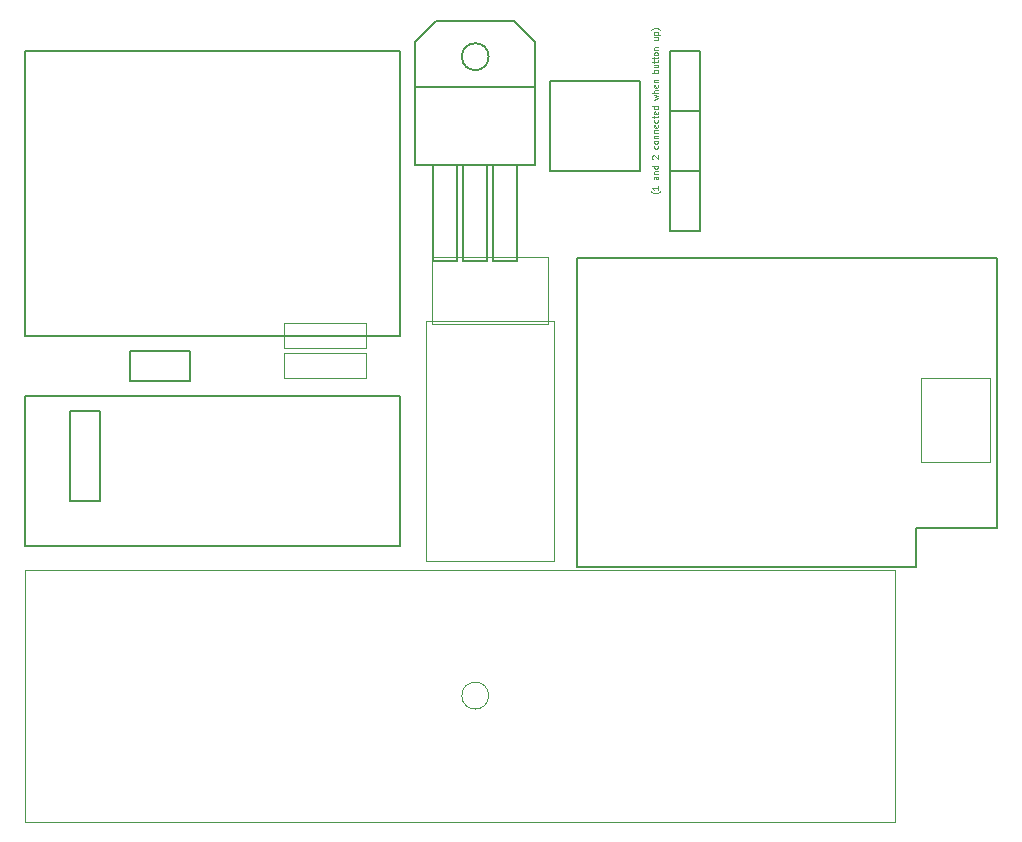
<source format=gbr>
G04 #@! TF.GenerationSoftware,KiCad,Pcbnew,(5.0.2)-1*
G04 #@! TF.CreationDate,2019-04-15T10:47:00+02:00*
G04 #@! TF.ProjectId,irrigation_5Vvalve_4N25_CD74HC4052E_PCB v5.1,69727269-6761-4746-996f-6e5f35567661,rev?*
G04 #@! TF.SameCoordinates,Original*
G04 #@! TF.FileFunction,Other,User*
%FSLAX46Y46*%
G04 Gerber Fmt 4.6, Leading zero omitted, Abs format (unit mm)*
G04 Created by KiCad (PCBNEW (5.0.2)-1) date 15-04-2019 10:47:00*
%MOMM*%
%LPD*%
G01*
G04 APERTURE LIST*
%ADD10C,0.050000*%
%ADD11C,0.150000*%
%ADD12C,0.100000*%
%ADD13C,0.075000*%
G04 APERTURE END LIST*
D10*
G04 #@! TO.C,bat_18650*
X25400000Y-65532000D02*
X99060000Y-65532000D01*
X25400000Y-86868000D02*
X25400000Y-65532000D01*
X64635923Y-76200000D02*
G75*
G03X64635923Y-76200000I-1135923J0D01*
G01*
X99060000Y-86868000D02*
X99060000Y-65532000D01*
X25400000Y-86868000D02*
X99060000Y-86868000D01*
D11*
G04 #@! TO.C,SW2*
X77470000Y-24130000D02*
X77470000Y-31750000D01*
X77470000Y-31750000D02*
X69850000Y-31750000D01*
X69850000Y-31750000D02*
X69850000Y-24130000D01*
X69850000Y-24130000D02*
X77470000Y-24130000D01*
D10*
G04 #@! TO.C,U5*
X59370000Y-44460000D02*
X70170000Y-44460000D01*
X59370000Y-64760000D02*
X59370000Y-44460000D01*
X70170000Y-64760000D02*
X59370000Y-64760000D01*
X70170000Y-44460000D02*
X70170000Y-64760000D01*
D11*
G04 #@! TO.C,J1*
X80010000Y-26670000D02*
X80010000Y-21590000D01*
X80010000Y-21590000D02*
X82550000Y-21590000D01*
X82550000Y-21590000D02*
X82550000Y-26670000D01*
X82550000Y-26670000D02*
X80010000Y-26670000D01*
D12*
G04 #@! TO.C,U2*
X101237451Y-49317292D02*
X101237451Y-56456873D01*
X101237451Y-56456873D02*
X107051188Y-56456873D01*
X107051188Y-56456873D02*
X107051188Y-49317292D01*
X107051188Y-49317292D02*
X101237451Y-49317292D01*
D11*
X107696000Y-39116000D02*
X107696000Y-61976000D01*
X107696000Y-61976000D02*
X100838000Y-61976000D01*
X100838000Y-65278000D02*
X72136000Y-65278000D01*
X72136000Y-65278000D02*
X72136000Y-39116000D01*
X72136000Y-39116000D02*
X107696000Y-39116000D01*
X100838000Y-61976000D02*
X100838000Y-65278000D01*
G04 #@! TO.C,J3*
X80010000Y-26670000D02*
X82550000Y-26670000D01*
X80010000Y-31750000D02*
X80010000Y-26670000D01*
X82550000Y-31750000D02*
X80010000Y-31750000D01*
X82550000Y-26670000D02*
X82550000Y-31750000D01*
D10*
G04 #@! TO.C,Opto1*
X69680000Y-44730000D02*
X69680000Y-39080000D01*
X69680000Y-39080000D02*
X59880000Y-39080000D01*
X59880000Y-39080000D02*
X59880000Y-44730000D01*
X59880000Y-44730000D02*
X69680000Y-44730000D01*
G04 #@! TO.C,R1*
X54290000Y-47210000D02*
X47310000Y-47210000D01*
X54290000Y-49310000D02*
X54290000Y-47210000D01*
X47310000Y-49310000D02*
X54290000Y-49310000D01*
X47310000Y-47210000D02*
X47310000Y-49310000D01*
G04 #@! TO.C,R2*
X47310000Y-44670000D02*
X47310000Y-46770000D01*
X47310000Y-46770000D02*
X54290000Y-46770000D01*
X54290000Y-46770000D02*
X54290000Y-44670000D01*
X54290000Y-44670000D02*
X47310000Y-44670000D01*
D11*
G04 #@! TO.C,SS1*
X57150000Y-63500000D02*
X57150000Y-50800000D01*
X57150000Y-50800000D02*
X25400000Y-50800000D01*
X25400000Y-50800000D02*
X25400000Y-63500000D01*
X25400000Y-63500000D02*
X57150000Y-63500000D01*
G04 #@! TO.C,SW1*
X80010000Y-36830000D02*
X80010000Y-31750000D01*
X80010000Y-31750000D02*
X82550000Y-31750000D01*
X82550000Y-31750000D02*
X82550000Y-36830000D01*
X82550000Y-36830000D02*
X80010000Y-36830000D01*
G04 #@! TO.C,J4*
X34290000Y-46990000D02*
X39370000Y-46990000D01*
X39370000Y-46990000D02*
X39370000Y-49530000D01*
X39370000Y-49530000D02*
X34290000Y-49530000D01*
X34290000Y-49530000D02*
X34290000Y-46990000D01*
G04 #@! TO.C,J5*
X29210000Y-59690000D02*
X29210000Y-52070000D01*
X29210000Y-52070000D02*
X31750000Y-52070000D01*
X31750000Y-52070000D02*
X31750000Y-59690000D01*
X31750000Y-59690000D02*
X29210000Y-59690000D01*
G04 #@! TO.C,U4*
X57150000Y-21590000D02*
X25400000Y-21590000D01*
X25400000Y-21590000D02*
X25400000Y-45720000D01*
X57150000Y-45720000D02*
X57150000Y-21590000D01*
X57150000Y-45720000D02*
X25400000Y-45720000D01*
G04 #@! TO.C,Q1*
X64635923Y-22098000D02*
G75*
G03X64635923Y-22098000I-1135923J0D01*
G01*
X61976000Y-39370000D02*
X59944000Y-39370000D01*
X64516000Y-39370000D02*
X62484000Y-39370000D01*
X67056000Y-39370000D02*
X65024000Y-39370000D01*
X59944000Y-31242000D02*
X59944000Y-39370000D01*
X61976000Y-31242000D02*
X61976000Y-39370000D01*
X62484000Y-31242000D02*
X62484000Y-39370000D01*
X64516000Y-31242000D02*
X64516000Y-39370000D01*
X65024000Y-31242000D02*
X65024000Y-39370000D01*
X58420000Y-31242000D02*
X58420000Y-20828000D01*
X68580000Y-31242000D02*
X58420000Y-31242000D01*
X68580000Y-20828000D02*
X68580000Y-31242000D01*
X66802000Y-19050000D02*
X68580000Y-20828000D01*
X60198000Y-19050000D02*
X66802000Y-19050000D01*
X58420000Y-20828000D02*
X60198000Y-19050000D01*
X68580000Y-24638000D02*
X58420000Y-24638000D01*
X67056000Y-31242000D02*
X67056000Y-39370000D01*
X61976000Y-31242000D02*
X59944000Y-31242000D01*
X64516000Y-31242000D02*
X62484000Y-31242000D01*
X67056000Y-31242000D02*
X65024000Y-31242000D01*
G04 #@! TD*
G04 #@! TO.C,SW2*
D13*
X79156666Y-33515238D02*
X79132857Y-33539047D01*
X79061428Y-33586666D01*
X79013809Y-33610476D01*
X78942380Y-33634285D01*
X78823333Y-33658095D01*
X78728095Y-33658095D01*
X78609047Y-33634285D01*
X78537619Y-33610476D01*
X78490000Y-33586666D01*
X78418571Y-33539047D01*
X78394761Y-33515238D01*
X78966190Y-33062857D02*
X78966190Y-33348571D01*
X78966190Y-33205714D02*
X78466190Y-33205714D01*
X78537619Y-33253333D01*
X78585238Y-33300952D01*
X78609047Y-33348571D01*
X78966190Y-32253333D02*
X78704285Y-32253333D01*
X78656666Y-32277142D01*
X78632857Y-32324761D01*
X78632857Y-32420000D01*
X78656666Y-32467619D01*
X78942380Y-32253333D02*
X78966190Y-32300952D01*
X78966190Y-32420000D01*
X78942380Y-32467619D01*
X78894761Y-32491428D01*
X78847142Y-32491428D01*
X78799523Y-32467619D01*
X78775714Y-32420000D01*
X78775714Y-32300952D01*
X78751904Y-32253333D01*
X78632857Y-32015238D02*
X78966190Y-32015238D01*
X78680476Y-32015238D02*
X78656666Y-31991428D01*
X78632857Y-31943809D01*
X78632857Y-31872380D01*
X78656666Y-31824761D01*
X78704285Y-31800952D01*
X78966190Y-31800952D01*
X78966190Y-31348571D02*
X78466190Y-31348571D01*
X78942380Y-31348571D02*
X78966190Y-31396190D01*
X78966190Y-31491428D01*
X78942380Y-31539047D01*
X78918571Y-31562857D01*
X78870952Y-31586666D01*
X78728095Y-31586666D01*
X78680476Y-31562857D01*
X78656666Y-31539047D01*
X78632857Y-31491428D01*
X78632857Y-31396190D01*
X78656666Y-31348571D01*
X78513809Y-30753333D02*
X78490000Y-30729523D01*
X78466190Y-30681904D01*
X78466190Y-30562857D01*
X78490000Y-30515238D01*
X78513809Y-30491428D01*
X78561428Y-30467619D01*
X78609047Y-30467619D01*
X78680476Y-30491428D01*
X78966190Y-30777142D01*
X78966190Y-30467619D01*
X78942380Y-29658095D02*
X78966190Y-29705714D01*
X78966190Y-29800952D01*
X78942380Y-29848571D01*
X78918571Y-29872380D01*
X78870952Y-29896190D01*
X78728095Y-29896190D01*
X78680476Y-29872380D01*
X78656666Y-29848571D01*
X78632857Y-29800952D01*
X78632857Y-29705714D01*
X78656666Y-29658095D01*
X78966190Y-29372380D02*
X78942380Y-29420000D01*
X78918571Y-29443809D01*
X78870952Y-29467619D01*
X78728095Y-29467619D01*
X78680476Y-29443809D01*
X78656666Y-29420000D01*
X78632857Y-29372380D01*
X78632857Y-29300952D01*
X78656666Y-29253333D01*
X78680476Y-29229523D01*
X78728095Y-29205714D01*
X78870952Y-29205714D01*
X78918571Y-29229523D01*
X78942380Y-29253333D01*
X78966190Y-29300952D01*
X78966190Y-29372380D01*
X78632857Y-28991428D02*
X78966190Y-28991428D01*
X78680476Y-28991428D02*
X78656666Y-28967619D01*
X78632857Y-28920000D01*
X78632857Y-28848571D01*
X78656666Y-28800952D01*
X78704285Y-28777142D01*
X78966190Y-28777142D01*
X78632857Y-28539047D02*
X78966190Y-28539047D01*
X78680476Y-28539047D02*
X78656666Y-28515238D01*
X78632857Y-28467619D01*
X78632857Y-28396190D01*
X78656666Y-28348571D01*
X78704285Y-28324761D01*
X78966190Y-28324761D01*
X78942380Y-27896190D02*
X78966190Y-27943809D01*
X78966190Y-28039047D01*
X78942380Y-28086666D01*
X78894761Y-28110476D01*
X78704285Y-28110476D01*
X78656666Y-28086666D01*
X78632857Y-28039047D01*
X78632857Y-27943809D01*
X78656666Y-27896190D01*
X78704285Y-27872380D01*
X78751904Y-27872380D01*
X78799523Y-28110476D01*
X78942380Y-27443809D02*
X78966190Y-27491428D01*
X78966190Y-27586666D01*
X78942380Y-27634285D01*
X78918571Y-27658095D01*
X78870952Y-27681904D01*
X78728095Y-27681904D01*
X78680476Y-27658095D01*
X78656666Y-27634285D01*
X78632857Y-27586666D01*
X78632857Y-27491428D01*
X78656666Y-27443809D01*
X78632857Y-27300952D02*
X78632857Y-27110476D01*
X78466190Y-27229523D02*
X78894761Y-27229523D01*
X78942380Y-27205714D01*
X78966190Y-27158095D01*
X78966190Y-27110476D01*
X78942380Y-26753333D02*
X78966190Y-26800952D01*
X78966190Y-26896190D01*
X78942380Y-26943809D01*
X78894761Y-26967619D01*
X78704285Y-26967619D01*
X78656666Y-26943809D01*
X78632857Y-26896190D01*
X78632857Y-26800952D01*
X78656666Y-26753333D01*
X78704285Y-26729523D01*
X78751904Y-26729523D01*
X78799523Y-26967619D01*
X78966190Y-26300952D02*
X78466190Y-26300952D01*
X78942380Y-26300952D02*
X78966190Y-26348571D01*
X78966190Y-26443809D01*
X78942380Y-26491428D01*
X78918571Y-26515238D01*
X78870952Y-26539047D01*
X78728095Y-26539047D01*
X78680476Y-26515238D01*
X78656666Y-26491428D01*
X78632857Y-26443809D01*
X78632857Y-26348571D01*
X78656666Y-26300952D01*
X78632857Y-25729523D02*
X78966190Y-25634285D01*
X78728095Y-25539047D01*
X78966190Y-25443809D01*
X78632857Y-25348571D01*
X78966190Y-25158095D02*
X78466190Y-25158095D01*
X78966190Y-24943809D02*
X78704285Y-24943809D01*
X78656666Y-24967619D01*
X78632857Y-25015238D01*
X78632857Y-25086666D01*
X78656666Y-25134285D01*
X78680476Y-25158095D01*
X78942380Y-24515238D02*
X78966190Y-24562857D01*
X78966190Y-24658095D01*
X78942380Y-24705714D01*
X78894761Y-24729523D01*
X78704285Y-24729523D01*
X78656666Y-24705714D01*
X78632857Y-24658095D01*
X78632857Y-24562857D01*
X78656666Y-24515238D01*
X78704285Y-24491428D01*
X78751904Y-24491428D01*
X78799523Y-24729523D01*
X78632857Y-24277142D02*
X78966190Y-24277142D01*
X78680476Y-24277142D02*
X78656666Y-24253333D01*
X78632857Y-24205714D01*
X78632857Y-24134285D01*
X78656666Y-24086666D01*
X78704285Y-24062857D01*
X78966190Y-24062857D01*
X78966190Y-23443809D02*
X78466190Y-23443809D01*
X78656666Y-23443809D02*
X78632857Y-23396190D01*
X78632857Y-23300952D01*
X78656666Y-23253333D01*
X78680476Y-23229523D01*
X78728095Y-23205714D01*
X78870952Y-23205714D01*
X78918571Y-23229523D01*
X78942380Y-23253333D01*
X78966190Y-23300952D01*
X78966190Y-23396190D01*
X78942380Y-23443809D01*
X78632857Y-22777142D02*
X78966190Y-22777142D01*
X78632857Y-22991428D02*
X78894761Y-22991428D01*
X78942380Y-22967619D01*
X78966190Y-22920000D01*
X78966190Y-22848571D01*
X78942380Y-22800952D01*
X78918571Y-22777142D01*
X78632857Y-22610476D02*
X78632857Y-22420000D01*
X78466190Y-22539047D02*
X78894761Y-22539047D01*
X78942380Y-22515238D01*
X78966190Y-22467619D01*
X78966190Y-22420000D01*
X78632857Y-22324761D02*
X78632857Y-22134285D01*
X78466190Y-22253333D02*
X78894761Y-22253333D01*
X78942380Y-22229523D01*
X78966190Y-22181904D01*
X78966190Y-22134285D01*
X78966190Y-21896190D02*
X78942380Y-21943809D01*
X78918571Y-21967619D01*
X78870952Y-21991428D01*
X78728095Y-21991428D01*
X78680476Y-21967619D01*
X78656666Y-21943809D01*
X78632857Y-21896190D01*
X78632857Y-21824761D01*
X78656666Y-21777142D01*
X78680476Y-21753333D01*
X78728095Y-21729523D01*
X78870952Y-21729523D01*
X78918571Y-21753333D01*
X78942380Y-21777142D01*
X78966190Y-21824761D01*
X78966190Y-21896190D01*
X78632857Y-21515238D02*
X78966190Y-21515238D01*
X78680476Y-21515238D02*
X78656666Y-21491428D01*
X78632857Y-21443809D01*
X78632857Y-21372380D01*
X78656666Y-21324761D01*
X78704285Y-21300952D01*
X78966190Y-21300952D01*
X78632857Y-20467619D02*
X78966190Y-20467619D01*
X78632857Y-20681904D02*
X78894761Y-20681904D01*
X78942380Y-20658095D01*
X78966190Y-20610476D01*
X78966190Y-20539047D01*
X78942380Y-20491428D01*
X78918571Y-20467619D01*
X78632857Y-20229523D02*
X79132857Y-20229523D01*
X78656666Y-20229523D02*
X78632857Y-20181904D01*
X78632857Y-20086666D01*
X78656666Y-20039047D01*
X78680476Y-20015238D01*
X78728095Y-19991428D01*
X78870952Y-19991428D01*
X78918571Y-20015238D01*
X78942380Y-20039047D01*
X78966190Y-20086666D01*
X78966190Y-20181904D01*
X78942380Y-20229523D01*
X79156666Y-19824761D02*
X79132857Y-19800952D01*
X79061428Y-19753333D01*
X79013809Y-19729523D01*
X78942380Y-19705714D01*
X78823333Y-19681904D01*
X78728095Y-19681904D01*
X78609047Y-19705714D01*
X78537619Y-19729523D01*
X78490000Y-19753333D01*
X78418571Y-19800952D01*
X78394761Y-19824761D01*
G04 #@! TD*
M02*

</source>
